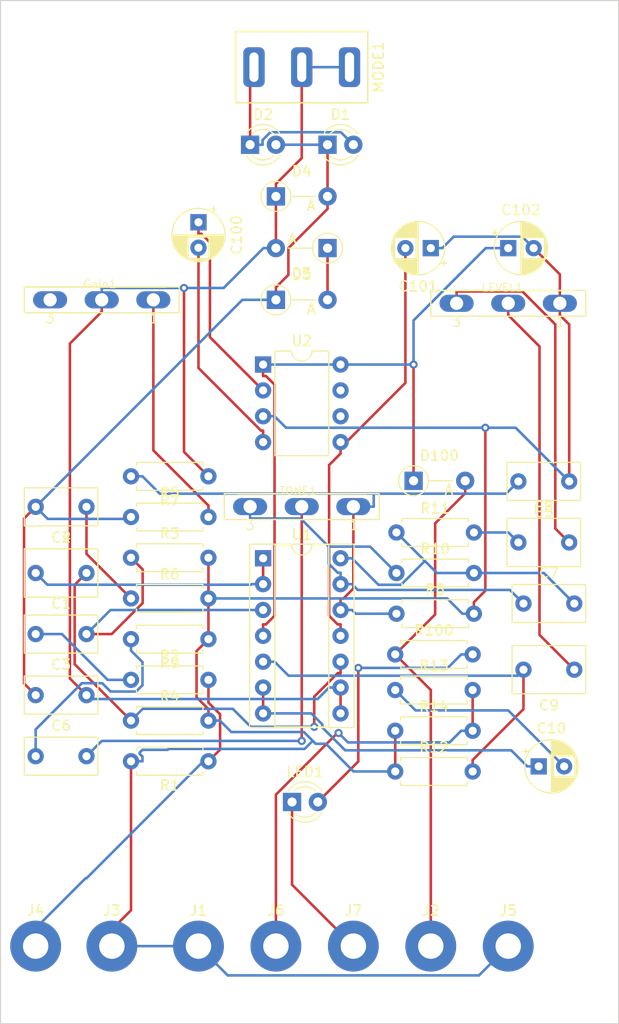
<source format=kicad_pcb>
(kicad_pcb (version 20240108) (generator "pcbnew") (generator_version "8.0")
  (layers (0 "F.Cu" signal) (31 "B.Cu" signal) (34 "B.Paste" user) (35 "F.Paste" user) (36 "B.SilkS" user "B.Silkscreen") (37 "F.SilkS" user "F.Silkscreen") (38 "B.Mask" user) (39 "F.Mask" user) (44 "Edge.Cuts" user))
  (net 0 "")
  (net 1 "Net-(C1-Pad1)")
  (net 2 "Net-(C1-Pad2)")
  (net 3 "Net-(C2-Pad1)")
  (net 4 "Net-(C2-Pad2)")
  (net 5 "Net-(C3-Pad1)")
  (net 6 "Net-(C3-Pad2)")
  (net 7 "Net-(C4-Pad1)")
  (net 8 "GND")
  (net 9 "Net-(C5-Pad2)")
  (net 10 "Net-(C6-Pad1)")
  (net 11 "Net-(C6-Pad2)")
  (net 12 "Net-(C7-Pad1)")
  (net 13 "Net-(C7-Pad2)")
  (net 14 "Net-(C8-Pad1)")
  (net 15 "Net-(C8-Pad2)")
  (net 16 "Net-(C9-Pad1)")
  (net 17 "Net-(C9-Pad2)")
  (net 18 "Net-(C10-Pad1)")
  (net 19 "Net-(C10-Pad2)")
  (net 20 "Net-(C100-Pad1)")
  (net 21 "Net-(C100-Pad2)")
  (net 22 "-9V")
  (net 23 "+9V")
  (net 24 "Net-(D1-Pad2)")
  (net 25 "Net-(D3-Pad1)")
  (net 26 "Net-(D100-Pad2)")
  (net 27 "Net-(Gain1-Pad1)")
  (net 29 "Net-(J4-Pad1)")
  (net 30 "Net-(J6-Pad1)")
  (net 31 "Net-(J7-Pad1)")
  (net 32 "Net-(LED1-Pad2)")
  (footprint "Resistor_THT:R_Axial_DIN0207_L6.3mm_D2.5mm_P7.62mm_Horizontal" (layer "F.Cu") (at 242.88 112)
    (property "Reference" "R13" (at 3.81 -2.37 0) (layer "F.SilkS"))
    (property "Value" "100R")
    (pad "1" thru_hole circle (at 0 0) (size 1.6 1.6) (drill 0.8) (layers "*.Cu" "*.Mask") (net 19 "Net-(C10-Pad2)"))
    (pad "2" thru_hole oval (at 7.62 0) (size 1.6 1.6) (drill 0.8) (layers "*.Cu" "*.Mask") (net 30 "Net-(J6-Pad1)"))
  )
  (footprint "MountingHole:MountingHole_2.5mm_Pad_TopBottom" (layer "F.Cu") (at 215 137.16)
    (property "Reference" "J3" (at 0 -3.5 0) (layer "F.SilkS"))
    (property "Value" "IN GND")
    (pad "1" thru_hole circle (at 0 0) (size 2.9 2.9) (drill 2.5) (layers "*.Cu" "*.Mask") (net 8 "GND"))
    (pad "1" connect circle (at 0 0) (size 5 5) (layers "F.Cu" "F.Mask") (net 8 "GND"))
    (pad "1" connect circle (at 0 0) (size 5 5) (layers "B.Cu" "B.Mask") (net 8 "GND"))
  )
  (footprint "Capacitor_THT:C_Rect_L7.0mm_W4.5mm_P5.00mm" (layer "F.Cu") (at 207.5 100.5)
    (property "Reference" "C2" (at 2.5 -3.5 0) (layer "F.SilkS"))
    (property "Value" "1u")
    (pad "1" thru_hole circle (at 0 0) (size 1.6 1.6) (drill 0.8) (layers "*.Cu" "*.Mask") (net 3 "Net-(C2-Pad1)"))
    (pad "2" thru_hole circle (at 5 0) (size 1.6 1.6) (drill 0.8) (layers "*.Cu" "*.Mask") (net 4 "Net-(C2-Pad2)"))
  )
  (footprint "LED_THT:LED_D3.0mm" (layer "F.Cu") (at 232.725 123)
    (property "Reference" "LED1" (at 1.27 -2.96 0) (layer "F.SilkS"))
    (property "Value" "3mm")
    (pad "1" thru_hole rect (at 0 0) (size 1.8 1.8) (drill 0.9) (layers "*.Cu" "*.Mask") (net 31 "Net-(J7-Pad1)"))
    (pad "2" thru_hole circle (at 2.54 0) (size 1.8 1.8) (drill 0.9) (layers "*.Cu" "*.Mask") (net 32 "Net-(LED1-Pad2)"))
  )
  (footprint "Griffin_Effects Library:16MM-PCB-MOUNT" (layer "F.Cu") (at 254 74)
    (property "Reference" "LEVEL1" (at 1.5 -2 180) (layer "F.SilkS") (effects (font (size 0.77216 0.77216) (thickness 0.092659)) (justify right top)))
    (property "Value" "B100K")
    (fp_text user "3" (at -4.553 1.254 0) (layer "F.SilkS") (effects (font (size 0.9652 0.9652) (thickness 0.12192)) (justify right top)))
    (fp_text user "1" (at 5.661 1.254 0) (layer "F.SilkS") (effects (font (size 0.9652 0.9652) (thickness 0.12192)) (justify right top)))
    (pad "1" thru_hole oval (at 5.08 0 180) (size 3.3528 1.6764) (drill 1.3) (layers "*.Cu" "*.Mask") (net 8 "GND"))
    (pad "2" thru_hole oval (at 0 0 180) (size 3.3528 1.6764) (drill 1.3) (layers "*.Cu" "*.Mask") (net 16 "Net-(C9-Pad1)"))
    (pad "3" thru_hole oval (at -5.08 0 180) (size 3.3528 1.6764) (drill 1.3) (layers "*.Cu" "*.Mask") (net 15 "Net-(C8-Pad2)"))
  )
  (footprint "Griffin_Effects Library:16MM-PCB-MOUNT" (layer "F.Cu") (at 214 73.66)
    (property "Reference" "Gain1" (at 1.5 -2 180) (layer "F.SilkS") (effects (font (size 0.77216 0.77216) (thickness 0.092659)) (justify right top)))
    (property "Value" "B1M")
    (fp_text user "3" (at -4.553 1.254 0) (layer "F.SilkS") (effects (font (size 0.9652 0.9652) (thickness 0.12192)) (justify right top)))
    (fp_text user "1" (at 5.661 1.254 0) (layer "F.SilkS") (effects (font (size 0.9652 0.9652) (thickness 0.12192)) (justify right top)))
    (pad "1" thru_hole oval (at 5.08 0 180) (size 3.3528 1.6764) (drill 1.3) (layers "*.Cu" "*.Mask") (net 27 "Net-(Gain1-Pad1)"))
    (pad "2" thru_hole oval (at 0 0 180) (size 3.3528 1.6764) (drill 1.3) (layers "*.Cu" "*.Mask") (net 6 "Net-(C3-Pad2)"))
    (pad "3" thru_hole oval (at -5.08 0 180) (size 3.3528 1.6764) (drill 1.3) (layers "*.Cu" "*.Mask"))
  )
  (footprint "Capacitor_THT:CP_Radial_D5.0mm_P2.50mm" (layer "F.Cu") (at 246.38 68.58 180)
    (property "Reference" "C101" (at 1.25 -3.75 0) (layer "F.SilkS"))
    (property "Value" "100u")
    (pad "1" thru_hole rect (at 0 0 180) (size 1.6 1.6) (drill 0.8) (layers "*.Cu" "*.Mask") (net 8 "GND"))
    (pad "2" thru_hole circle (at 2.5 0 180) (size 1.6 1.6) (drill 0.8) (layers "*.Cu" "*.Mask") (net 22 "-9V"))
  )
  (footprint "Package_DIP:DIP-8_W7.62mm" (layer "F.Cu") (at 229.88 80.02)
    (property "Reference" "U2" (at 3.81 -2.33 0) (layer "F.SilkS"))
    (property "Value" "LTC1044")
    (pad "1" thru_hole rect (at 0 0) (size 1.6 1.6) (drill 0.8) (layers "*.Cu" "*.Mask") (net 23 "+9V"))
    (pad "2" thru_hole oval (at 0 2.54) (size 1.6 1.6) (drill 0.8) (layers "*.Cu" "*.Mask") (net 20 "Net-(C100-Pad1)"))
    (pad "3" thru_hole oval (at 0 5.08) (size 1.6 1.6) (drill 0.8) (layers "*.Cu" "*.Mask") (net 8 "GND"))
    (pad "4" thru_hole oval (at 0 7.62) (size 1.6 1.6) (drill 0.8) (layers "*.Cu" "*.Mask") (net 21 "Net-(C100-Pad2)"))
    (pad "5" thru_hole oval (at 7.62 7.62) (size 1.6 1.6) (drill 0.8) (layers "*.Cu" "*.Mask") (net 22 "-9V"))
    (pad "6" thru_hole oval (at 7.62 5.08) (size 1.6 1.6) (drill 0.8) (layers "*.Cu" "*.Mask"))
    (pad "7" thru_hole oval (at 7.62 2.54) (size 1.6 1.6) (drill 0.8) (layers "*.Cu" "*.Mask"))
    (pad "8" thru_hole oval (at 7.62 0) (size 1.6 1.6) (drill 0.8) (layers "*.Cu" "*.Mask") (net 23 "+9V"))
  )
  (footprint "Capacitor_THT:C_Rect_L7.0mm_W3.5mm_P5.00mm" (layer "F.Cu") (at 255.5 103.5)
    (property "Reference" "C7" (at 2.5 -3 0) (layer "F.SilkS"))
    (property "Value" "56p")
    (pad "1" thru_hole circle (at 0 0) (size 1.6 1.6) (drill 0.8) (layers "*.Cu" "*.Mask") (net 12 "Net-(C7-Pad1)"))
    (pad "2" thru_hole circle (at 5 0) (size 1.6 1.6) (drill 0.8) (layers "*.Cu" "*.Mask") (net 13 "Net-(C7-Pad2)"))
  )
  (footprint "Capacitor_THT:CP_Radial_D5.0mm_P2.50mm" (layer "F.Cu") (at 254 68.58)
    (property "Reference" "C102" (at 1.25 -3.75 0) (layer "F.SilkS"))
    (property "Value" "100u")
    (pad "1" thru_hole rect (at 0 0) (size 1.6 1.6) (drill 0.8) (layers "*.Cu" "*.Mask") (net 23 "+9V"))
    (pad "2" thru_hole circle (at 2.5 0) (size 1.6 1.6) (drill 0.8) (layers "*.Cu" "*.Mask") (net 8 "GND"))
  )
  (footprint "Capacitor_THT:C_Rect_L7.0mm_W4.5mm_P5.00mm" (layer "F.Cu") (at 255 97.5)
    (property "Reference" "C8" (at 2.5 -3.5 0) (layer "F.SilkS"))
    (property "Value" "1u")
    (pad "1" thru_hole circle (at 0 0) (size 1.6 1.6) (drill 0.8) (layers "*.Cu" "*.Mask") (net 14 "Net-(C8-Pad1)"))
    (pad "2" thru_hole circle (at 5 0) (size 1.6 1.6) (drill 0.8) (layers "*.Cu" "*.Mask") (net 15 "Net-(C8-Pad2)"))
  )
  (footprint "Diode_THT:D_A-405_P5.08mm_Vertical_AnodeUp" (layer "F.Cu") (at 231.14 63.5)
    (property "Reference" "D4" (at 2.54 -2.47 0) (layer "F.SilkS"))
    (property "Value" "1n4148")
    (fp_text user "A" (at 3.48 0.9 0) (layer "F.SilkS"))
    (pad "1" thru_hole rect (at 0 0) (size 1.8 1.8) (drill 0.9) (layers "*.Cu" "*.Mask") (net 6 "Net-(C3-Pad2)"))
    (pad "2" thru_hole oval (at 5.08 0) (size 1.8 1.8) (drill 0.9) (layers "*.Cu" "*.Mask") (net 5 "Net-(C3-Pad1)"))
  )
  (footprint "Resistor_THT:R_Axial_DIN0207_L6.3mm_D2.5mm_P7.62mm_Horizontal" (layer "F.Cu") (at 216.88 103)
    (property "Reference" "R6" (at 3.81 -2.37 0) (layer "F.SilkS"))
    (property "Value" "4k7")
    (pad "1" thru_hole circle (at 0 0) (size 1.6 1.6) (drill 0.8) (layers "*.Cu" "*.Mask") (net 7 "Net-(C4-Pad1)"))
    (pad "2" thru_hole oval (at 7.62 0) (size 1.6 1.6) (drill 0.8) (layers "*.Cu" "*.Mask") (net 8 "GND"))
  )
  (footprint "Capacitor_THT:C_Rect_L7.0mm_W3.5mm_P5.00mm" (layer "F.Cu") (at 212.5 94 180)
    (property "Reference" "C4" (at 2.5 -3 0) (layer "F.SilkS"))
    (property "Value" "100n")
    (pad "1" thru_hole circle (at 0 0 180) (size 1.6 1.6) (drill 0.8) (layers "*.Cu" "*.Mask") (net 7 "Net-(C4-Pad1)"))
    (pad "2" thru_hole circle (at 5 0 180) (size 1.6 1.6) (drill 0.8) (layers "*.Cu" "*.Mask") (net 5 "Net-(C3-Pad1)"))
  )
  (footprint "Capacitor_THT:CP_Radial_D5.0mm_P2.50mm" (layer "F.Cu") (at 223.52 66.04 -90)
    (property "Reference" "C100" (at 1.25 -3.75 90) (layer "F.SilkS"))
    (property "Value" "10u")
    (pad "1" thru_hole rect (at 0 0 270) (size 1.6 1.6) (drill 0.8) (layers "*.Cu" "*.Mask") (net 20 "Net-(C100-Pad1)"))
    (pad "2" thru_hole circle (at 2.5 0 270) (size 1.6 1.6) (drill 0.8) (layers "*.Cu" "*.Mask") (net 21 "Net-(C100-Pad2)"))
  )
  (footprint "Resistor_THT:R_Axial_DIN0207_L6.3mm_D2.5mm_P7.62mm_Horizontal" (layer "F.Cu") (at 224.5 91 180)
    (property "Reference" "R7" (at 3.81 -2.37 0) (layer "F.SilkS"))
    (property "Value" "1K")
    (pad "1" thru_hole circle (at 0 0 180) (size 1.6 1.6) (drill 0.8) (layers "*.Cu" "*.Mask") (net 6 "Net-(C3-Pad2)"))
    (pad "2" thru_hole oval (at 7.62 0 180) (size 1.6 1.6) (drill 0.8) (layers "*.Cu" "*.Mask") (net 9 "Net-(C5-Pad2)"))
  )
  (footprint "Capacitor_THT:C_Rect_L7.0mm_W3.5mm_P5.00mm" (layer "F.Cu") (at 207.5 106.5)
    (property "Reference" "C1" (at 2.5 -3 0) (layer "F.SilkS"))
    (property "Value" "33n")
    (pad "1" thru_hole circle (at 0 0) (size 1.6 1.6) (drill 0.8) (layers "*.Cu" "*.Mask") (net 1 "Net-(C1-Pad1)"))
    (pad "2" thru_hole circle (at 5 0) (size 1.6 1.6) (drill 0.8) (layers "*.Cu" "*.Mask") (net 2 "Net-(C1-Pad2)"))
  )
  (footprint "Resistor_THT:R_Axial_DIN0207_L6.3mm_D2.5mm_P7.62mm_Horizontal" (layer "F.Cu") (at 216.88 111)
    (property "Reference" "R2" (at 3.81 -2.37 0) (layer "F.SilkS"))
    (property "Value" "1K")
    (pad "1" thru_hole circle (at 0 0) (size 1.6 1.6) (drill 0.8) (layers "*.Cu" "*.Mask") (net 1 "Net-(C1-Pad1)"))
    (pad "2" thru_hole oval (at 7.62 0) (size 1.6 1.6) (drill 0.8) (layers "*.Cu" "*.Mask") (net 29 "Net-(J4-Pad1)"))
  )
  (footprint "Resistor_THT:R_Axial_DIN0207_L6.3mm_D2.5mm_P7.62mm_Horizontal" (layer "F.Cu") (at 224.5 119 180)
    (property "Reference" "R1" (at 3.81 -2.37 0) (layer "F.SilkS"))
    (property "Value" "1M")
    (pad "1" thru_hole circle (at 0 0 180) (size 1.6 1.6) (drill 0.8) (layers "*.Cu" "*.Mask") (net 29 "Net-(J4-Pad1)"))
    (pad "2" thru_hole oval (at 7.62 0 180) (size 1.6 1.6) (drill 0.8) (layers "*.Cu" "*.Mask") (net 8 "GND"))
  )
  (footprint "MountingHole:MountingHole_2.5mm_Pad_TopBottom" (layer "F.Cu") (at 207.5 137.16)
    (property "Reference" "J4" (at 0 -3.5 0) (layer "F.SilkS"))
    (property "Value" "IN")
    (pad "1" thru_hole circle (at 0 0) (size 2.9 2.9) (drill 2.5) (layers "*.Cu" "*.Mask") (net 29 "Net-(J4-Pad1)"))
    (pad "1" connect circle (at 0 0) (size 5 5) (layers "F.Cu" "F.Mask") (net 29 "Net-(J4-Pad1)"))
    (pad "1" connect circle (at 0 0) (size 5 5) (layers "B.Cu" "B.Mask") (net 29 "Net-(J4-Pad1)"))
  )
  (footprint "Griffin_Effects Library:SPDT-Square" (layer "F.Cu") (at 233.68 50.8 -90)
    (property "Reference" "MODE1" (at 0 -7.5438 90) (layer "F.SilkS"))
    (property "Value" "ON/OFF/ON")
    (pad "1" thru_hole roundrect (at 0 4.7 270) (size 3.9 2.1) (drill oval 2.9 0.9) (layers "*.Cu" "*.Mask") (net 24 "Net-(D1-Pad2)"))
    (pad "2" thru_hole roundrect (at 0 0 270) (size 3.9 2.1) (drill oval 2.9 0.9) (layers "*.Cu" "*.Mask") (net 6 "Net-(C3-Pad2)"))
    (pad "3" thru_hole roundrect (at 0 -4.7 270) (size 3.9 2.1) (drill oval 2.9 0.9) (layers "*.Cu" "*.Mask") (net 6 "Net-(C3-Pad2)"))
  )
  (footprint "Resistor_THT:R_Axial_DIN0207_L6.3mm_D2.5mm_P7.62mm_Horizontal" (layer "F.Cu") (at 243 100.5)
    (property "Reference" "R10" (at 3.81 -2.37 0) (layer "F.SilkS"))
    (property "Value" "1k")
    (pad "1" thru_hole circle (at 0 0) (size 1.6 1.6) (drill 0.8) (layers "*.Cu" "*.Mask") (net 12 "Net-(C7-Pad1)"))
    (pad "2" thru_hole oval (at 7.62 0) (size 1.6 1.6) (drill 0.8) (layers "*.Cu" "*.Mask") (net 13 "Net-(C7-Pad2)"))
  )
  (footprint "Diode_THT:D_A-405_P5.08mm_Vertical_AnodeUp" (layer "F.Cu") (at 236.22 68.58 180)
    (property "Reference" "D3" (at 2.54 -2.47 0) (layer "F.SilkS"))
    (property "Value" "1n4148")
    (fp_text user "A" (at 3.48 0.9 0) (layer "F.SilkS"))
    (pad "1" thru_hole rect (at 0 0 180) (size 1.8 1.8) (drill 0.9) (layers "*.Cu" "*.Mask") (net 25 "Net-(D3-Pad1)"))
    (pad "2" thru_hole oval (at 5.08 0 180) (size 1.8 1.8) (drill 0.9) (layers "*.Cu" "*.Mask") (net 6 "Net-(C3-Pad2)"))
  )
  (footprint "Resistor_THT:R_Axial_DIN0207_L6.3mm_D2.5mm_P7.62mm_Horizontal" (layer "F.Cu") (at 242.88 108.5)
    (property "Reference" "R100" (at 3.81 -2.37 0) (layer "F.SilkS"))
    (property "Value" "4k7")
    (pad "1" thru_hole circle (at 0 0) (size 1.6 1.6) (drill 0.8) (layers "*.Cu" "*.Mask") (net 26 "Net-(D100-Pad2)"))
    (pad "2" thru_hole oval (at 7.62 0) (size 1.6 1.6) (drill 0.8) (layers "*.Cu" "*.Mask") (net 32 "Net-(LED1-Pad2)"))
  )
  (footprint "Diode_THT:D_A-405_P5.08mm_Vertical_AnodeUp" (layer "F.Cu") (at 231.14 73.66)
    (property "Reference" "D5" (at 2.54 -2.47 0) (layer "F.SilkS"))
    (property "Value" "1n4148")
    (fp_text user "A" (at 3.48 0.9 0) (layer "F.SilkS"))
    (pad "1" thru_hole rect (at 0 0) (size 1.8 1.8) (drill 0.9) (layers "*.Cu" "*.Mask") (net 5 "Net-(C3-Pad1)"))
    (pad "2" thru_hole oval (at 5.08 0) (size 1.8 1.8) (drill 0.9) (layers "*.Cu" "*.Mask") (net 25 "Net-(D3-Pad1)"))
  )
  (footprint "Capacitor_THT:C_Rect_L7.0mm_W3.5mm_P5.00mm" (layer "F.Cu") (at 207.5 112.5)
    (property "Reference" "C3" (at 2.5 -3 0) (layer "F.SilkS"))
    (property "Value" "56p")
    (pad "1" thru_hole circle (at 0 0) (size 1.6 1.6) (drill 0.8) (layers "*.Cu" "*.Mask") (net 5 "Net-(C3-Pad1)"))
    (pad "2" thru_hole circle (at 5 0) (size 1.6 1.6) (drill 0.8) (layers "*.Cu" "*.Mask") (net 6 "Net-(C3-Pad2)"))
  )
  (footprint "Diode_THT:D_A-405_P5.08mm_Vertical_AnodeUp" (layer "F.Cu") (at 244.685 91.44)
    (property "Reference" "D100" (at 2.54 -2.47 0) (layer "F.SilkS"))
    (property "Value" "1n5817")
    (fp_text user "A" (at 3.48 0.9 0) (layer "F.SilkS"))
    (pad "1" thru_hole rect (at 0 0) (size 1.8 1.8) (drill 0.9) (layers "*.Cu" "*.Mask") (net 23 "+9V"))
    (pad "2" thru_hole oval (at 5.08 0) (size 1.8 1.8) (drill 0.9) (layers "*.Cu" "*.Mask") (net 26 "Net-(D100-Pad2)"))
  )
  (footprint "Capacitor_THT:C_Rect_L7.0mm_W3.5mm_P5.00mm" (layer "F.Cu") (at 207.5 118.5)
    (property "Reference" "C6" (at 2.5 -3 0) (layer "F.SilkS"))
    (property "Value" "470n")
    (pad "1" thru_hole circle (at 0 0) (size 1.6 1.6) (drill 0.8) (layers "*.Cu" "*.Mask") (net 10 "Net-(C6-Pad1)"))
    (pad "2" thru_hole circle (at 5 0) (size 1.6 1.6) (drill 0.8) (layers "*.Cu" "*.Mask") (net 11 "Net-(C6-Pad2)"))
  )
  (footprint "Resistor_THT:R_Axial_DIN0207_L6.3mm_D2.5mm_P7.62mm_Horizontal" (layer "F.Cu") (at 224.5 107 180)
    (property "Reference" "R9" (at 3.81 -2.37 0) (layer "F.SilkS"))
    (property "Value" "330R")
    (pad "1" thru_hole circle (at 0 0 180) (size 1.6 1.6) (drill 0.8) (layers "*.Cu" "*.Mask") (net 8 "GND"))
    (pad "2" thru_hole oval (at 7.62 0 180) (size 1.6 1.6) (drill 0.8) (layers "*.Cu" "*.Mask") (net 10 "Net-(C6-Pad1)"))
  )
  (footprint "Resistor_THT:R_Axial_DIN0207_L6.3mm_D2.5mm_P7.62mm_Horizontal" (layer "F.Cu") (at 216.88 115)
    (property "Reference" "R4" (at 3.81 -2.37 0) (layer "F.SilkS"))
    (property "Value" "10M")
    (pad "1" thru_hole circle (at 0 0) (size 1.6 1.6) (drill 0.8) (layers "*.Cu" "*.Mask") (net 4 "Net-(C2-Pad2)"))
    (pad "2" thru_hole oval (at 7.62 0) (size 1.6 1.6) (drill 0.8) (layers "*.Cu" "*.Mask") (net 8 "GND"))
  )
  (footprint "MountingHole:MountingHole_2.5mm_Pad_TopBottom" (layer "F.Cu") (at 238.76 137.16)
    (property "Reference" "J7" (at 0 -3.5 0) (layer "F.SilkS"))
    (property "Value" "SW")
    (pad "1" thru_hole circle (at 0 0) (size 2.9 2.9) (drill 2.5) (layers "*.Cu" "*.Mask") (net 31 "Net-(J7-Pad1)"))
    (pad "1" connect circle (at 0 0) (size 5 5) (layers "F.Cu" "F.Mask") (net 31 "Net-(J7-Pad1)"))
    (pad "1" connect circle (at 0 0) (size 5 5) (layers "B.Cu" "B.Mask") (net 31 "Net-(J7-Pad1)"))
  )
  (footprint "Resistor_THT:R_Axial_DIN0207_L6.3mm_D2.5mm_P7.62mm_Horizontal" (layer "F.Cu") (at 216.88 95)
    (property "Reference" "R5" (at 3.81 -2.37 0) (layer "F.SilkS"))
    (property "Value" "47k")
    (pad "1" thru_hole circle (at 0 0) (size 1.6 1.6) (drill 0.8) (layers "*.Cu" "*.Mask") (net 5 "Net-(C3-Pad1)"))
    (pad "2" thru_hole oval (at 7.62 0) (size 1.6 1.6) (drill 0.8) (layers "*.Cu" "*.Mask") (net 27 "Net-(Gain1-Pad1)"))
  )
  (footprint "MountingHole:MountingHole_2.5mm_Pad_TopBottom" (layer "F.Cu") (at 223.52 137.16)
    (property "Reference" "J1" (at 0 -3.5 0) (layer "F.SilkS"))
    (property "Value" "PS Ground")
    (pad "1" thru_hole circle (at 0 0) (size 2.9 2.9) (drill 2.5) (layers "*.Cu" "*.Mask") (net 8 "GND"))
    (pad "1" connect circle (at 0 0) (size 5 5) (layers "F.Cu" "F.Mask") (net 8 "GND"))
    (pad "1" connect circle (at 0 0) (size 5 5) (layers "B.Cu" "B.Mask") (net 8 "GND"))
  )
  (footprint "Package_DIP:DIP-14_W7.62mm_Socket" (layer "F.Cu") (at 229.88 99.055)
    (property "Reference" "U1" (at 3.81 -2.33 0) (layer "F.SilkS"))
    (property "Value" "TL074")
    (pad "1" thru_hole rect (at 0 0) (size 1.6 1.6) (drill 0.8) (layers "*.Cu" "*.Mask") (net 3 "Net-(C2-Pad1)"))
    (pad "2" thru_hole oval (at 0 2.54) (size 1.6 1.6) (drill 0.8) (layers "*.Cu" "*.Mask") (net 3 "Net-(C2-Pad1)"))
    (pad "3" thru_hole oval (at 0 5.08) (size 1.6 1.6) (drill 0.8) (layers "*.Cu" "*.Mask") (net 2 "Net-(C1-Pad2)"))
    (pad "4" thru_hole oval (at 0 7.62) (size 1.6 1.6) (drill 0.8) (layers "*.Cu" "*.Mask") (net 23 "+9V"))
    (pad "5" thru_hole oval (at 0 10.16) (size 1.6 1.6) (drill 0.8) (layers "*.Cu" "*.Mask") (net 17 "Net-(C9-Pad2)"))
    (pad "6" thru_hole oval (at 0 12.7) (size 1.6 1.6) (drill 0.8) (layers "*.Cu" "*.Mask") (net 18 "Net-(C10-Pad1)"))
    (pad "7" thru_hole oval (at 0 15.24) (size 1.6 1.6) (drill 0.8) (layers "*.Cu" "*.Mask") (net 18 "Net-(C10-Pad1)"))
    (pad "8" thru_hole oval (at 7.62 15.24) (size 1.6 1.6) (drill 0.8) (layers "*.Cu" "*.Mask") (net 6 "Net-(C3-Pad2)"))
    (pad "9" thru_hole oval (at 7.62 12.7) (size 1.6 1.6) (drill 0.8) (layers "*.Cu" "*.Mask") (net 6 "Net-(C3-Pad2)"))
    (pad "10" thru_hole oval (at 7.62 10.16) (size 1.6 1.6) (drill 0.8) (layers "*.Cu" "*.Mask") (net 4 "Net-(C2-Pad2)"))
    (pad "11" thru_hole oval (at 7.62 7.62) (size 1.6 1.6) (drill 0.8) (layers "*.Cu" "*.Mask") (net 22 "-9V"))
    (pad "12" thru_hole oval (at 7.62 5.08) (size 1.6 1.6) (drill 0.8) (layers "*.Cu" "*.Mask") (net 9 "Net-(C5-Pad2)"))
    (pad "13" thru_hole oval (at 7.62 2.54) (size 1.6 1.6) (drill 0.8) (layers "*.Cu" "*.Mask") (net 12 "Net-(C7-Pad1)"))
    (pad "14" thru_hole oval (at 7.62 0) (size 1.6 1.6) (drill 0.8) (layers "*.Cu" "*.Mask") (net 13 "Net-(C7-Pad2)"))
  )
  (footprint "LED_THT:LED_D3.0mm" (layer "F.Cu") (at 228.6 58.42)
    (property "Reference" "D2" (at 1.27 -2.96 0) (layer "F.SilkS"))
    (property "Value" "3mm red led")
    (pad "1" thru_hole rect (at 0 0) (size 1.8 1.8) (drill 0.9) (layers "*.Cu" "*.Mask") (net 24 "Net-(D1-Pad2)"))
    (pad "2" thru_hole circle (at 2.54 0) (size 1.8 1.8) (drill 0.9) (layers "*.Cu" "*.Mask") (net 5 "Net-(C3-Pad1)"))
  )
  (footprint "Resistor_THT:R_Axial_DIN0207_L6.3mm_D2.5mm_P7.62mm_Horizontal" (layer "F.Cu") (at 242.88 116)
    (property "Reference" "R14" (at 3.81 -2.37 0) (layer "F.SilkS"))
    (property "Value" "100K")
    (pad "1" thru_hole circle (at 0 0) (size 1.6 1.6) (drill 0.8) (layers "*.Cu" "*.Mask") (net 8 "GND"))
    (pad "2" thru_hole oval (at 7.62 0) (size 1.6 1.6) (drill 0.8) (layers "*.Cu" "*.Mask") (net 30 "Net-(J6-Pad1)"))
  )
  (footprint "Resistor_THT:R_Axial_DIN0207_L6.3mm_D2.5mm_P7.62mm_Horizontal" (layer "F.Cu") (at 243 96.52)
    (property "Reference" "R11" (at 3.81 -2.37 0) (layer "F.SilkS"))
    (property "Value" "1k")
    (pad "1" thru_hole circle (at 0 0) (size 1.6 1.6) (drill 0.8) (layers "*.Cu" "*.Mask") (net 13 "Net-(C7-Pad2)"))
    (pad "2" thru_hole oval (at 7.62 0) (size 1.6 1.6) (drill 0.8) (layers "*.Cu" "*.Mask") (net 14 "Net-(C8-Pad1)"))
  )
  (footprint "MountingHole:MountingHole_2.5mm_Pad_TopBottom" (layer "F.Cu") (at 231.14 137.16)
    (property "Reference" "J6" (at 0 -3.5 0) (layer "F.SilkS"))
    (property "Value" "OUT")
    (pad "1" thru_hole circle (at 0 0) (size 2.9 2.9) (drill 2.5) (layers "*.Cu" "*.Mask") (net 30 "Net-(J6-Pad1)"))
    (pad "1" connect circle (at 0 0) (size 5 5) (layers "F.Cu" "F.Mask") (net 30 "Net-(J6-Pad1)"))
    (pad "1" connect circle (at 0 0) (size 5 5) (layers "B.Cu" "B.Mask") (net 30 "Net-(J6-Pad1)"))
  )
  (footprint "Resistor_THT:R_Axial_DIN0207_L6.3mm_D2.5mm_P7.62mm_Horizontal" (layer "F.Cu") (at 216.88 99)
    (property "Reference" "R3" (at 3.81 -2.37 0) (layer "F.SilkS"))
    (property "Value" "1M")
    (pad "1" thru_hole circle (at 0 0) (size 1.6 1.6) (drill 0.8) (layers "*.Cu" "*.Mask") (net 2 "Net-(C1-Pad2)"))
    (pad "2" thru_hole oval (at 7.62 0) (size 1.6 1.6) (drill 0.8) (layers "*.Cu" "*.Mask") (net 8 "GND"))
  )
  (footprint "Resistor_THT:R_Axial_DIN0207_L6.3mm_D2.5mm_P7.62mm_Horizontal" (layer "F.Cu") (at 243 104.5)
    (property "Reference" "R8" (at 3.81 -2.37 0) (layer "F.SilkS"))
    (property "Value" "10k")
    (pad "1" thru_hole circle (at 0 0) (size 1.6 1.6) (drill 0.8) (layers "*.Cu" "*.Mask") (net 9 "Net-(C5-Pad2)"))
    (pad "2" thru_hole oval (at 7.62 0) (size 1.6 1.6) (drill 0.8) (layers "*.Cu" "*.Mask") (net 8 "GND"))
  )
  (footprint "Resistor_THT:R_Axial_DIN0207_L6.3mm_D2.5mm_P7.62mm_Horizontal" (layer "F.Cu") (at 242.88 120)
    (property "Reference" "R12" (at 3.81 -2.37 0) (layer "F.SilkS"))
    (property "Value" "1M")
    (pad "1" thru_hole circle (at 0 0) (size 1.6 1.6) (drill 0.8) (layers "*.Cu" "*.Mask") (net 8 "GND"))
    (pad "2" thru_hole oval (at 7.62 0) (size 1.6 1.6) (drill 0.8) (layers "*.Cu" "*.Mask") (net 17 "Net-(C9-Pad2)"))
  )
  (footprint "MountingHole:MountingHole_2.5mm_Pad_TopBottom" (layer "F.Cu") (at 254 137.16)
    (property "Reference" "J5" (at 0 -3.5 0) (layer "F.SilkS"))
    (property "Value" "OUT GND")
    (pad "1" thru_hole circle (at 0 0) (size 2.9 2.9) (drill 2.5) (layers "*.Cu" "*.Mask") (net 8 "GND"))
    (pad "1" connect circle (at 0 0) (size 5 5) (layers "F.Cu" "F.Mask") (net 8 "GND"))
    (pad "1" connect circle (at 0 0) (size 5 5) (layers "B.Cu" "B.Mask") (net 8 "GND"))
  )
  (footprint "LED_THT:LED_D3.0mm" (layer "F.Cu") (at 236.22 58.42)
    (property "Reference" "D1" (at 1.27 -2.96 0) (layer "F.SilkS"))
    (property "Value" "LED red 3mm")
    (pad "1" thru_hole rect (at 0 0) (size 1.8 1.8) (drill 0.9) (layers "*.Cu" "*.Mask") (net 5 "Net-(C3-Pad1)"))
    (pad "2" thru_hole circle (at 2.54 0) (size 1.8 1.8) (drill 0.9) (layers "*.Cu" "*.Mask") (net 24 "Net-(D1-Pad2)"))
  )
  (footprint "Capacitor_THT:C_Rect_L7.0mm_W4.5mm_P5.00mm" (layer "F.Cu") (at 260.5 110 180)
    (property "Reference" "C9" (at 2.5 -3.5 0) (layer "F.SilkS"))
    (property "Value" "1u")
    (pad "1" thru_hole circle (at 0 0 180) (size 1.6 1.6) (drill 0.8) (layers "*.Cu" "*.Mask") (net 16 "Net-(C9-Pad1)"))
    (pad "2" thru_hole circle (at 5 0 180) (size 1.6 1.6) (drill 0.8) (layers "*.Cu" "*.Mask") (net 17 "Net-(C9-Pad2)"))
  )
  (footprint "Capacitor_THT:C_Rect_L7.0mm_W3.5mm_P5.00mm" (layer "F.Cu") (at 260 91.5 180)
    (property "Reference" "C5" (at 2.5 -3 0) (layer "F.SilkS"))
    (property "Value" "47n")
    (pad "1" thru_hole circle (at 0 0 180) (size 1.6 1.6) (drill 0.8) (layers "*.Cu" "*.Mask") (net 8 "GND"))
    (pad "2" thru_hole circle (at 5 0 180) (size 1.6 1.6) (drill 0.8) (layers "*.Cu" "*.Mask") (net 9 "Net-(C5-Pad2)"))
  )
  (footprint "MountingHole:MountingHole_2.5mm_Pad_TopBottom" (layer "F.Cu") (at 246.38 137.16)
    (property "Reference" "J2" (at 0 -3.5 0) (layer "F.SilkS"))
    (property "Value" "PS POS")
    (pad "1" thru_hole circle (at 0 0) (size 2.9 2.9) (drill 2.5) (layers "*.Cu" "*.Mask") (net 26 "Net-(D100-Pad2)"))
    (pad "1" connect circle (at 0 0) (size 5 5) (layers "F.Cu" "F.Mask") (net 26 "Net-(D100-Pad2)"))
    (pad "1" connect circle (at 0 0) (size 5 5) (layers "B.Cu" "B.Mask") (net 26 "Net-(D100-Pad2)"))
  )
  (footprint "Capacitor_THT:CP_Radial_D5.0mm_P2.50mm" (layer "F.Cu") (at 257 119.5)
    (property "Reference" "C10" (at 1.25 -3.75 0) (layer "F.SilkS"))
    (property "Value" "10u")
    (pad "1" thru_hole rect (at 0 0) (size 1.6 1.6) (drill 0.8) (layers "*.Cu" "*.Mask") (net 18 "Net-(C10-Pad1)"))
    (pad "2" thru_hole circle (at 2.5 0) (size 1.6 1.6) (drill 0.8) (layers "*.Cu" "*.Mask") (net 19 "Net-(C10-Pad2)"))
  )
  (footprint "Griffin_Effects Library:16MM-PCB-MOUNT" (layer "F.Cu") (at 233.68 93.98)
    (property "Reference" "TONE1" (at 1.5 -2 180) (layer "F.SilkS") (effects (font (size 0.77216 0.77216) (thickness 0.092659)) (justify right top)))
    (property "Value" "W20K")
    (fp_text user "1" (at 5.661 1.254 0) (layer "F.SilkS") (effects (font (size 0.9652 0.9652) (thickness 0.12192)) (justify right top)))
    (fp_text user "3" (at -4.553 1.254 0) (layer "F.SilkS") (effects (font (size 0.9652 0.9652) (thickness 0.12192)) (justify right top)))
    (pad "1" thru_hole oval (at 5.08 0 180) (size 3.3528 1.6764) (drill 1.3) (layers "*.Cu" "*.Mask") (net 9 "Net-(C5-Pad2)"))
    (pad "2" thru_hole oval (at 0 0 180) (size 3.3528 1.6764) (drill 1.3) (layers "*.Cu" "*.Mask") (net 11 "Net-(C6-Pad2)"))
    (pad "3" thru_hole oval (at -5.08 0 180) (size 3.3528 1.6764) (drill 1.3) (layers "*.Cu" "*.Mask") (net 12 "Net-(C7-Pad1)"))
  )
  (gr_rect (start 204.04 44.25) (end 264.86 144.78) (stroke (width 0.1)) (fill none) (layer "Edge.Cuts"))
  (segment (start 214.5822 111) (end 210.0822 106.5) (width 0.25) (layer "B.Cu") (net 1))
  (segment (start 216.88 111) (end 214.5822 111) (width 0.25) (layer "B.Cu") (net 1))
  (segment (start 210.0822 106.5) (end 207.5 106.5) (width 0.25) (layer "B.Cu") (net 1))
  (segment (start 216.88 99) (end 218.029 100.149) (width 0.25) (layer "F.Cu") (net 2))
  (segment (start 218.029 100.149) (end 218.029 103.4519) (width 0.25) (layer "F.Cu") (net 2))
  (segment (start 214.9809 106.5) (end 212.5 106.5) (width 0.25) (layer "F.Cu") (net 2))
  (segment (start 218.029 103.4519) (end 214.9809 106.5) (width 0.25) (layer "F.Cu") (net 2))
  (segment (start 229.88 104.135) (end 214.865 104.135) (width 0.25) (layer "B.Cu") (net 2))
  (segment (start 214.865 104.135) (end 212.5 106.5) (width 0.25) (layer "B.Cu") (net 2))
  (segment (start 229.88 101.595) (end 229.88 99.055) (width 0.25) (layer "F.Cu") (net 3))
  (segment (start 208.6541 101.6541) (end 207.5 100.5) (width 0.25) (layer "B.Cu") (net 3))
  (segment (start 228.6942 101.6541) (end 208.6541 101.6541) (width 0.25) (layer "B.Cu") (net 3))
  (segment (start 229.88 101.595) (end 228.7533 101.595) (width 0.25) (layer "B.Cu") (net 3))
  (segment (start 228.7533 101.595) (end 228.6942 101.6541) (width 0.25) (layer "B.Cu") (net 3))
  (segment (start 237.5 109.215) (end 237.5 110.3417) (width 0.25) (layer "F.Cu") (net 4))
  (segment (start 211.3391 109.4591) (end 211.3391 101.6609) (width 0.25) (layer "F.Cu") (net 4))
  (segment (start 234.9089 115.6124) (end 234.9088 115.6124) (width 0.25) (layer "F.Cu") (net 4))
  (segment (start 237.5 110.3417) (end 237.2183 110.3417) (width 0.25) (layer "F.Cu") (net 4))
  (segment (start 237.2183 110.3417) (end 234.9089 112.6511) (width 0.25) (layer "F.Cu") (net 4))
  (segment (start 234.9089 112.6511) (end 234.9089 115.6124) (width 0.25) (layer "F.Cu") (net 4))
  (segment (start 211.3391 101.6609) (end 212.5 100.5) (width 0.25) (layer "F.Cu") (net 4))
  (segment (start 216.88 115) (end 211.3391 109.4591) (width 0.25) (layer "F.Cu") (net 4))
  (via (at 234.9088 115.6124) (size 0.8) (drill 0.4) (layers "F.Cu" "B.Cu") (net 4))
  (segment (start 218.0337 113.8463) (end 216.88 115) (width 0.25) (layer "B.Cu") (net 4))
  (segment (start 234.9088 115.6124) (end 228.664 115.6124) (width 0.25) (layer "B.Cu") (net 4))
  (segment (start 226.8979 113.8463) (end 218.0337 113.8463) (width 0.25) (layer "B.Cu") (net 4))
  (segment (start 228.664 115.6124) (end 226.8979 113.8463) (width 0.25) (layer "B.Cu") (net 4))
  (segment (start 206.3562 111.3562) (end 206.3562 95.1438) (width 0.25) (layer "F.Cu") (net 5))
  (segment (start 236.22 63.5) (end 236.22 64.7267) (width 0.25) (layer "F.Cu") (net 5))
  (segment (start 207.5 112.5) (end 206.3562 111.3562) (width 0.25) (layer "F.Cu") (net 5))
  (segment (start 236.22 64.7267) (end 232.3667 68.58) (width 0.25) (layer "F.Cu") (net 5))
  (segment (start 236.22 58.42) (end 236.22 63.5) (width 0.25) (layer "F.Cu") (net 5))
  (segment (start 232.3667 71.2066) (end 231.14 72.4333) (width 0.25) (layer "F.Cu") (net 5))
  (segment (start 231.14 73.66) (end 231.14 72.4333) (width 0.25) (layer "F.Cu") (net 5))
  (segment (start 232.3667 68.58) (end 232.3667 71.2066) (width 0.25) (layer "F.Cu") (net 5))
  (segment (start 206.3562 95.1438) (end 207.5 94) (width 0.25) (layer "F.Cu") (net 5))
  (segment (start 216.6939 95.1861) (end 208.6861 95.1861) (width 0.25) (layer "B.Cu") (net 5))
  (segment (start 207.5 94) (end 227.84 73.66) (width 0.25) (layer "B.Cu") (net 5))
  (segment (start 208.6861 95.1861) (end 207.5 94) (width 0.25) (layer "B.Cu") (net 5))
  (segment (start 227.84 73.66) (end 231.14 73.66) (width 0.25) (layer "B.Cu") (net 5))
  (segment (start 216.88 95) (end 216.6939 95.1861) (width 0.25) (layer "B.Cu") (net 5))
  (segment (start 236.22 58.42) (end 231.14 58.42) (width 0.25) (layer "B.Cu") (net 5))
  (segment (start 214 74.8249) (end 210.8675 77.9574) (width 0.25) (layer "F.Cu") (net 6))
  (segment (start 224.5 91) (end 222.097 88.597) (width 0.25) (layer "F.Cu") (net 6))
  (segment (start 233.68 59.7333) (end 231.14 62.2733) (width 0.25) (layer "F.Cu") (net 6))
  (segment (start 231.14 63.5) (end 231.14 62.2733) (width 0.25) (layer "F.Cu") (net 6))
  (segment (start 210.8675 110.8675) (end 212.5 112.5) (width 0.25) (layer "F.Cu") (net 6))
  (segment (start 231.14 68.58) (end 231.14 63.5) (width 0.25) (layer "F.Cu") (net 6))
  (segment (start 233.68 50.8) (end 233.68 59.7333) (width 0.25) (layer "F.Cu") (net 6))
  (segment (start 214 73.66) (end 214 74.8249) (width 0.25) (layer "F.Cu") (net 6))
  (segment (start 237.5 111.755) (end 237.5 114.295) (width 0.25) (layer "F.Cu") (net 6))
  (segment (start 222.097 88.597) (end 222.097 72.4951) (width 0.25) (layer "F.Cu") (net 6))
  (segment (start 210.8675 77.9574) (end 210.8675 110.8675) (width 0.25) (layer "F.Cu") (net 6))
  (via (at 222.097 72.4951) (size 0.8) (drill 0.4) (layers "F.Cu" "B.Cu") (net 6))
  (segment (start 235.2455 112.8828) (end 212.8828 112.8828) (width 0.25) (layer "B.Cu") (net 6))
  (segment (start 238.38 50.8) (end 233.68 50.8) (width 0.25) (layer "B.Cu") (net 6))
  (segment (start 236.3733 111.755) (end 235.2455 112.8828) (width 0.25) (layer "B.Cu") (net 6))
  (segment (start 229.9133 68.58) (end 225.9982 72.4951) (width 0.25) (layer "B.Cu") (net 6))
  (segment (start 225.9982 72.4951) (end 222.097 72.4951) (width 0.25) (layer "B.Cu") (net 6))
  (segment (start 222.097 72.4951) (end 214 72.4951) (width 0.25) (layer "B.Cu") (net 6))
  (segment (start 212.8828 112.8828) (end 212.5 112.5) (width 0.25) (layer "B.Cu") (net 6))
  (segment (start 231.14 68.58) (end 229.9133 68.58) (width 0.25) (layer "B.Cu") (net 6))
  (segment (start 214 73.66) (end 214 72.4951) (width 0.25) (layer "B.Cu") (net 6))
  (segment (start 237.5 111.755) (end 236.3733 111.755) (width 0.25) (layer "B.Cu") (net 6))
  (segment (start 212.5 98.62) (end 216.88 103) (width 0.25) (layer "F.Cu") (net 7))
  (segment (start 212.5 94) (end 212.5 98.62) (width 0.25) (layer "F.Cu") (net 7))
  (segment (start 216.88 133.64) (end 213.36 137.16) (width 0.25) (layer "F.Cu") (net 8))
  (segment (start 224.5 107) (end 224.5 103) (width 0.25) (layer "F.Cu") (net 8))
  (segment (start 256.5 68.58) (end 259.08 71.16) (width 0.25) (layer "F.Cu") (net 8))
  (segment (start 260 76.0849) (end 259.08 75.1649) (width 0.25) (layer "F.Cu") (net 8))
  (segment (start 259.08 71.16) (end 259.08 74) (width 0.25) (layer "F.Cu") (net 8))
  (segment (start 259.08 74) (end 259.08 75.1649) (width 0.25) (layer "F.Cu") (net 8))
  (segment (start 251.7467 102.2466) (end 250.62 103.3733) (width 0.25) (layer "F.Cu") (net 8))
  (segment (start 224.5 107) (end 223.3321 108.1679) (width 0.25) (layer "F.Cu") (net 8))
  (segment (start 260 91.5) (end 260 76.0849) (width 0.25) (layer "F.Cu") (net 8))
  (segment (start 224.5 115) (end 224.5 113.8733) (width 0.25) (layer "F.Cu") (net 8))
  (segment (start 223.3321 108.1679) (end 223.3321 112.7054) (width 0.25) (layer "F.Cu") (net 8))
  (segment (start 224.5 99) (end 224.5 103) (width 0.25) (layer "F.Cu") (net 8))
  (segment (start 242.88 120) (end 242.88 116) (width 0.25) (layer "F.Cu") (net 8))
  (segment (start 223.3321 112.7054) (end 224.5 113.8733) (width 0.25) (layer "F.Cu") (net 8))
  (segment (start 250.62 104.5) (end 250.62 103.3733) (width 0.25) (layer "F.Cu") (net 8))
  (segment (start 216.88 119) (end 216.88 133.64) (width 0.25) (layer "F.Cu") (net 8))
  (segment (start 251.7467 86.2267) (end 251.7467 102.2466) (width 0.25) (layer "F.Cu") (net 8))
  (via (at 251.7467 86.2267) (size 0.8) (drill 0.4) (layers "F.Cu" "B.Cu") (net 8))
  (segment (start 247.9933 103) (end 249.4933 104.5) (width 0.25) (layer "B.Cu") (net 8))
  (segment (start 246.38 68.58) (end 247.5067 68.58) (width 0.25) (layer "B.Cu") (net 8))
  (segment (start 238.776 120) (end 236.0546 117.2786) (width 0.25) (layer "B.Cu") (net 8))
  (segment (start 226.7534 116.1267) (end 233.896 116.1267) (width 0.25) (layer "B.Cu") (net 8))
  (segment (start 251.1206 140.0394) (end 226.3994 140.0394) (width 0.25) (layer "B.Cu") (net 8))
  (segment (start 255.3733 67.4533) (end 256.5 68.58) (width 0.25) (layer "B.Cu") (net 8))
  (segment (start 242.88 120) (end 238.776 120) (width 0.25) (layer "B.Cu") (net 8))
  (segment (start 223.52 137.16) (end 213.36 137.16) (width 0.25) (layer "B.Cu") (net 8))
  (segment (start 218.0067 119) (end 218.0067 118.5333) (width 0.25) (layer "B.Cu") (net 8))
  (segment (start 224.5 103) (end 247.9933 103) (width 0.25) (layer "B.Cu") (net 8))
  (segment (start 247.5067 68.58) (end 248.6334 67.4533) (width 0.25) (layer "B.Cu") (net 8))
  (segment (start 220.584 117.782) (end 233.9686 117.782) (width 0.25) (layer "B.Cu") (net 8))
  (segment (start 254 137.16) (end 251.1206 140.0394) (width 0.25) (layer "B.Cu") (net 8))
  (segment (start 218.0067 118.5333) (end 217.7284 118.255) (width 0.25) (layer "B.Cu") (net 8))
  (segment (start 236.0546 117.2786) (end 235.0479 117.2786) (width 0.25) (layer "B.Cu") (net 8))
  (segment (start 229.88 85.1) (end 231.0067 85.1) (width 0.25) (layer "B.Cu") (net 8))
  (segment (start 251.7467 86.2267) (end 254.7267 86.2267) (width 0.25) (layer "B.Cu") (net 8))
  (segment (start 217.7284 118.255) (end 217.7284 118.1516) (width 0.25) (layer "B.Cu") (net 8))
  (segment (start 250.62 104.5) (end 249.4933 104.5) (width 0.25) (layer "B.Cu") (net 8))
  (segment (start 248.6334 67.4533) (end 255.3733 67.4533) (width 0.25) (layer "B.Cu") (net 8))
  (segment (start 225.6267 115) (end 226.7534 116.1267) (width 0.25) (layer "B.Cu") (net 8))
  (segment (start 220.4912 117.8748) (end 220.584 117.782) (width 0.25) (layer "B.Cu") (net 8))
  (segment (start 231.0067 85.1) (end 232.1334 86.2267) (width 0.25) (layer "B.Cu") (net 8))
  (segment (start 216.88 119) (end 218.0067 119) (width 0.25) (layer "B.Cu") (net 8))
  (segment (start 232.1334 86.2267) (end 251.7467 86.2267) (width 0.25) (layer "B.Cu") (net 8))
  (segment (start 254.7267 86.2267) (end 260 91.5) (width 0.25) (layer "B.Cu") (net 8))
  (segment (start 217.7284 118.1516) (end 218.0052 117.8748) (width 0.25) (layer "B.Cu") (net 8))
  (segment (start 226.3994 140.0394) (end 223.52 137.16) (width 0.25) (layer "B.Cu") (net 8))
  (segment (start 233.896 116.1267) (end 234.76 116.9906) (width 0.25) (layer "B.Cu") (net 8))
  (segment (start 235.0479 117.2786) (end 234.76 116.9906) (width 0.25) (layer "B.Cu") (net 8))
  (segment (start 233.9686 117.782) (end 234.76 116.9906) (width 0.25) (layer "B.Cu") (net 8))
  (segment (start 224.5 115) (end 225.6267 115) (width 0.25) (layer "B.Cu") (net 8))
  (segment (start 218.0052 117.8748) (end 220.4912 117.8748) (width 0.25) (layer "B.Cu") (net 8))
  (segment (start 237.5 104.135) (end 237.5 103.0083) (width 0.25) (layer "F.Cu") (net 9))
  (segment (start 238.76 102.03) (end 237.7817 103.0083) (width 0.25) (layer "F.Cu") (net 9))
  (segment (start 237.7817 103.0083) (end 237.5 103.0083) (width 0.25) (layer "F.Cu") (net 9))
  (segment (start 238.76 93.98) (end 238.76 102.03) (width 0.25) (layer "F.Cu") (net 9))
  (segment (start 240.7631 93.98) (end 240.7631 92.7059) (width 0.25) (layer "B.Cu") (net 9))
  (segment (start 243 104.5) (end 238.9917 104.5) (width 0.25) (layer "B.Cu") (net 9))
  (segment (start 219.7126 92.7059) (end 218.0067 91) (width 0.25) (layer "B.Cu") (net 9))
  (segment (start 238.76 93.98) (end 240.7631 93.98) (width 0.25) (layer "B.Cu") (net 9))
  (segment (start 240.7631 92.7059) (end 219.7126 92.7059) (width 0.25) (layer "B.Cu") (net 9))
  (segment (start 216.88 91) (end 218.0067 91) (width 0.25) (layer "B.Cu") (net 9))
  (segment (start 237.5 104.135) (end 238.6267 104.135) (width 0.25) (layer "B.Cu") (net 9))
  (segment (start 253.7941 92.7059) (end 240.7631 92.7059) (width 0.25) (layer "B.Cu") (net 9))
  (segment (start 238.9917 104.5) (end 238.6267 104.135) (width 0.25) (layer "B.Cu") (net 9))
  (segment (start 255 91.5) (end 253.7941 92.7059) (width 0.25) (layer "B.Cu") (net 9))
  (segment (start 214.8647 112.1462) (end 214.0456 111.3271) (width 0.25) (layer "B.Cu") (net 10))
  (segment (start 218.0119 111.5223) (end 217.388 112.1462) (width 0.25) (layer "B.Cu") (net 10))
  (segment (start 216.88 107) (end 216.88 108.1267) (width 0.25) (layer "B.Cu") (net 10))
  (segment (start 218.0119 109.2586) (end 218.0119 111.5223) (width 0.25) (layer "B.Cu") (net 10))
  (segment (start 217.388 112.1462) (end 214.8647 112.1462) (width 0.25) (layer "B.Cu") (net 10))
  (segment (start 207.5 115.871) (end 207.5 118.5) (width 0.25) (layer "B.Cu") (net 10))
  (segment (start 216.88 108.1267) (end 218.0119 109.2586) (width 0.25) (layer "B.Cu") (net 10))
  (segment (start 212.0439 111.3271) (end 207.5 115.871) (width 0.25) (layer "B.Cu") (net 10))
  (segment (start 214.0456 111.3271) (end 212.0439 111.3271) (width 0.25) (layer "B.Cu") (net 10))
  (segment (start 233.68 93.98) (end 233.68 116.9999) (width 0.25) (layer "F.Cu") (net 11))
  (via (at 233.68 116.9999) (size 0.8) (drill 0.4) (layers "F.Cu" "B.Cu") (net 11))
  (segment (start 212.5 118.5) (end 214.0001 116.9999) (width 0.25) (layer "B.Cu") (net 11))
  (segment (start 214.0001 116.9999) (end 233.68 116.9999) (width 0.25) (layer "B.Cu") (net 11))
  (segment (start 233.572 95.1449) (end 228.6 95.1449) (width 0.25) (layer "B.Cu") (net 12))
  (segment (start 254.1654 102.1654) (end 255.5 103.5) (width 0.25) (layer "B.Cu") (net 12))
  (segment (start 237.5 100.4683) (end 237.2183 100.4683) (width 0.25) (layer "B.Cu") (net 12))
  (segment (start 238.6267 101.595) (end 239.1971 102.1654) (width 0.25) (layer "B.Cu") (net 12))
  (segment (start 236.337 97.9099) (end 240.4099 97.9099) (width 0.25) (layer "B.Cu") (net 12))
  (segment (start 237.2183 100.4683) (end 236.337 99.587) (width 0.25) (layer "B.Cu") (net 12))
  (segment (start 237.5 101.0316) (end 237.5 101.595) (width 0.25) (layer "B.Cu") (net 12))
  (segment (start 228.6 93.98) (end 228.6 95.1449) (width 0.25) (layer "B.Cu") (net 12))
  (segment (start 237.5 101.595) (end 238.6267 101.595) (width 0.25) (layer "B.Cu") (net 12))
  (segment (start 236.337 97.9099) (end 233.572 95.1449) (width 0.25) (layer "B.Cu") (net 12))
  (segment (start 240.4099 97.9099) (end 243 100.5) (width 0.25) (layer "B.Cu") (net 12))
  (segment (start 236.337 99.587) (end 236.337 97.9099) (width 0.25) (layer "B.Cu") (net 12))
  (segment (start 237.5 101.0316) (end 237.5 100.4683) (width 0.25) (layer "B.Cu") (net 12))
  (segment (start 239.1971 102.1654) (end 254.1654 102.1654) (width 0.25) (layer "B.Cu") (net 12))
  (segment (start 243 96.52) (end 245.7956 99.3156) (width 0.25) (layer "B.Cu") (net 13))
  (segment (start 241.2288 101.6571) (end 238.6267 99.055) (width 0.25) (layer "B.Cu") (net 13))
  (segment (start 237.5 99.055) (end 238.6267 99.055) (width 0.25) (layer "B.Cu") (net 13))
  (segment (start 257.5 100.5) (end 260.5 103.5) (width 0.25) (layer "B.Cu") (net 13))
  (segment (start 245.7956 99.3156) (end 246.98 100.5) (width 0.25) (layer "B.Cu") (net 13))
  (segment (start 245.7956 99.3156) (end 243.4541 101.6571) (width 0.25) (layer "B.Cu") (net 13))
  (segment (start 243.4541 101.6571) (end 241.2288 101.6571) (width 0.25) (layer "B.Cu") (net 13))
  (segment (start 250.62 100.5) (end 257.5 100.5) (width 0.25) (layer "B.Cu") (net 13))
  (segment (start 246.98 100.5) (end 250.62 100.5) (width 0.25) (layer "B.Cu") (net 13))
  (segment (start 254.02 96.52) (end 255 97.5) (width 0.25) (layer "B.Cu") (net 14))
  (segment (start 250.62 96.52) (end 254.02 96.52) (width 0.25) (layer "B.Cu") (net 14))
  (segment (start 260 97.5) (end 258.6298 96.1298) (width 0.25) (layer "F.Cu") (net 15))
  (segment (start 258.6298 96.1298) (end 258.6298 76.0726) (width 0.25) (layer "F.Cu") (net 15))
  (segment (start 258.6298 76.0726) (end 255.3923 72.8351) (width 0.25) (layer "F.Cu") (net 15))
  (segment (start 255.3923 72.8351) (end 248.92 72.8351) (width 0.25) (layer "F.Cu") (net 15))
  (segment (start 248.92 74) (end 248.92 72.8351) (width 0.25) (layer "F.Cu") (net 15))
  (segment (start 254 74) (end 254 75.1649) (width 0.25) (layer "F.Cu") (net 16))
  (segment (start 257.0784 106.5784) (end 257.0784 78.2433) (width 0.25) (layer "F.Cu") (net 16))
  (segment (start 260.5 110) (end 257.0784 106.5784) (width 0.25) (layer "F.Cu") (net 16))
  (segment (start 257.0784 78.2433) (end 254 75.1649) (width 0.25) (layer "F.Cu") (net 16))
  (segment (start 255.5 113.8733) (end 250.5 118.8733) (width 0.25) (layer "F.Cu") (net 17))
  (segment (start 250.5 120) (end 250.5 118.8733) (width 0.25) (layer "F.Cu") (net 17))
  (segment (start 255.5 110) (end 255.5 113.8733) (width 0.25) (layer "F.Cu") (net 17))
  (segment (start 232.3829 110.5912) (end 254.9088 110.5912) (width 0.25) (layer "B.Cu") (net 17))
  (segment (start 229.88 109.215) (end 231.0067 109.215) (width 0.25) (layer "B.Cu") (net 17))
  (segment (start 254.9088 110.5912) (end 255.5 110) (width 0.25) (layer "B.Cu") (net 17))
  (segment (start 231.0067 109.215) (end 232.3829 110.5912) (width 0.25) (layer "B.Cu") (net 17))
  (segment (start 229.88 114.295) (end 229.88 111.755) (width 0.25) (layer "F.Cu") (net 18))
  (segment (start 234.6191 114.295) (end 229.88 114.295) (width 0.25) (layer "B.Cu") (net 18))
  (segment (start 237.9542 117.9216) (end 235.7076 115.675) (width 0.25) (layer "B.Cu") (net 18))
  (segment (start 257 119.5) (end 255.8733 119.5) (width 0.25) (layer "B.Cu") (net 18))
  (segment (start 235.7076 115.675) (end 235.7076 115.3835) (width 0.25) (layer "B.Cu") (net 18))
  (segment (start 254.2949 117.9216) (end 237.9542 117.9216) (width 0.25) (layer "B.Cu") (net 18))
  (segment (start 255.8733 119.5) (end 254.2949 117.9216) (width 0.25) (layer "B.Cu") (net 18))
  (segment (start 235.7076 115.3835) (end 234.6191 114.295) (width 0.25) (layer "B.Cu") (net 18))
  (segment (start 244.88 114) (end 242.88 112) (width 0.25) (layer "B.Cu") (net 19))
  (segment (start 254 114) (end 244.88 114) (width 0.25) (layer "B.Cu") (net 19))
  (segment (start 259.5 119.5) (end 254 114) (width 0.25) (layer "B.Cu") (net 19))
  (segment (start 223.52 66.04) (end 223.52 67.1667) (width 0.25) (layer "F.Cu") (net 20))
  (segment (start 223.8018 67.1667) (end 224.6467 68.0116) (width 0.25) (layer "F.Cu") (net 20))
  (segment (start 224.6467 68.0116) (end 224.6467 77.3267) (width 0.25) (layer "F.Cu") (net 20))
  (segment (start 224.6467 77.3267) (end 229.88 82.56) (width 0.25) (layer "F.Cu") (net 20))
  (segment (start 223.52 67.1667) (end 223.8018 67.1667) (width 0.25) (layer "F.Cu") (net 20))
  (segment (start 223.52 80.3572) (end 223.52 68.54) (width 0.25) (layer "F.Cu") (net 21))
  (segment (start 229.88 86.5133) (end 229.6761 86.5133) (width 0.25) (layer "F.Cu") (net 21))
  (segment (start 229.88 87.64) (end 229.88 86.5133) (width 0.25) (layer "F.Cu") (net 21))
  (segment (start 229.6761 86.5133) (end 223.52 80.3572) (width 0.25) (layer "F.Cu") (net 21))
  (segment (start 237.2183 105.5483) (end 236.3733 104.7033) (width 0.25) (layer "F.Cu") (net 22))
  (segment (start 237.5 87.64) (end 237.5 88.2033) (width 0.25) (layer "F.Cu") (net 22))
  (segment (start 236.3733 89.8934) (end 237.5 88.7667) (width 0.25) (layer "F.Cu") (net 22))
  (segment (start 237.5 88.2033) (end 237.5 88.7667) (width 0.25) (layer "F.Cu") (net 22))
  (segment (start 236.3733 104.7033) (end 236.3733 89.8934) (width 0.25) (layer "F.Cu") (net 22))
  (segment (start 243.88 81.8233) (end 237.5 88.2033) (width 0.25) (layer "F.Cu") (net 22))
  (segment (start 237.5 105.5483) (end 237.2183 105.5483) (width 0.25) (layer "F.Cu") (net 22))
  (segment (start 243.88 68.58) (end 243.88 81.8233) (width 0.25) (layer "F.Cu") (net 22))
  (segment (start 237.5 106.675) (end 237.5 105.5483) (width 0.25) (layer "F.Cu") (net 22))
  (segment (start 229.88 105.5483) (end 230.1617 105.5483) (width 0.25) (layer "F.Cu") (net 23))
  (segment (start 231.0067 81.9916) (end 230.1618 81.1467) (width 0.25) (layer "F.Cu") (net 23))
  (segment (start 229.88 106.675) (end 229.88 105.5483) (width 0.25) (layer "F.Cu") (net 23))
  (segment (start 229.88 80.02) (end 229.88 81.1467) (width 0.25) (layer "F.Cu") (net 23))
  (segment (start 231.0067 104.7033) (end 231.0067 81.9916) (width 0.25) (layer "F.Cu") (net 23))
  (segment (start 230.1617 105.5483) (end 231.0067 104.7033) (width 0.25) (layer "F.Cu") (net 23))
  (segment (start 244.685 91.44) (end 244.685 80.02) (width 0.25) (layer "F.Cu") (net 23))
  (segment (start 230.1618 81.1467) (end 229.88 81.1467) (width 0.25) (layer "F.Cu") (net 23))
  (via (at 244.685 80.02) (size 0.8) (drill 0.4) (layers "F.Cu" "B.Cu") (net 23))
  (segment (start 254 68.58) (end 251.7875 68.58) (width 0.25) (layer "B.Cu") (net 23))
  (segment (start 238.5134 80.02) (end 244.685 80.02) (width 0.25) (layer "B.Cu") (net 23))
  (segment (start 238.0634 80.02) (end 238.5134 80.02) (width 0.25) (layer "B.Cu") (net 23))
  (segment (start 251.7875 68.58) (end 244.685 75.6825) (width 0.25) (layer "B.Cu") (net 23))
  (segment (start 238.0634 80.02) (end 237.5 80.02) (width 0.25) (layer "B.Cu") (net 23))
  (segment (start 244.685 75.6825) (end 244.685 80.02) (width 0.25) (layer "B.Cu") (net 23))
  (segment (start 237.5 80.02) (end 229.88 80.02) (width 0.25) (layer "B.Cu") (net 23))
  (segment (start 228.6 51.18) (end 228.98 50.8) (width 0.25) (layer "F.Cu") (net 24))
  (segment (start 228.6 58.42) (end 228.6 51.18) (width 0.25) (layer "F.Cu") (net 24))
  (segment (start 237.5333 57.1933) (end 230.5933 57.1933) (width 0.25) (layer "B.Cu") (net 24))
  (segment (start 238.76 58.42) (end 237.5333 57.1933) (width 0.25) (layer "B.Cu") (net 24))
  (segment (start 228.6 58.42) (end 229.8267 58.42) (width 0.25) (layer "B.Cu") (net 24))
  (segment (start 229.8267 57.9599) (end 229.8267 58.42) (width 0.25) (layer "B.Cu") (net 24))
  (segment (start 230.5933 57.1933) (end 229.8267 57.9599) (width 0.25) (layer "B.Cu") (net 24))
  (segment (start 236.22 73.66) (end 236.22 68.58) (width 0.25) (layer "F.Cu") (net 25))
  (segment (start 249.765 91.44) (end 249.765 92.6667) (width 0.25) (layer "F.Cu") (net 26))
  (segment (start 242.88 108.5) (end 246.38 112) (width 0.25) (layer "F.Cu") (net 26))
  (segment (start 246.38 112) (end 246.38 137.16) (width 0.25) (layer "F.Cu") (net 26))
  (segment (start 249.765 92.6667) (end 246.8101 95.6216) (width 0.25) (layer "F.Cu") (net 26))
  (segment (start 246.8101 95.6216) (end 246.8101 104.5699) (width 0.25) (layer "F.Cu") (net 26))
  (segment (start 246.8101 104.5699) (end 242.88 108.5) (width 0.25) (layer "F.Cu") (net 26))
  (segment (start 219.08 88.4533) (end 224.5 93.8733) (width 0.25) (layer "F.Cu") (net 27))
  (segment (start 219.08 73.66) (end 219.08 88.4533) (width 0.25) (layer "F.Cu") (net 27))
  (segment (start 224.5 95) (end 224.5 93.8733) (width 0.25) (layer "F.Cu") (net 27))
  (segment (start 224.5 119) (end 225.6448 117.8552) (width 0.25) (layer "F.Cu") (net 29))
  (segment (start 225.6448 114.3792) (end 224.5 113.2344) (width 0.25) (layer "F.Cu") (net 29))
  (segment (start 224.5 113.2344) (end 224.5 111) (width 0.25) (layer "F.Cu") (net 29))
  (segment (start 225.6448 117.8552) (end 225.6448 114.3792) (width 0.25) (layer "F.Cu") (net 29))
  (segment (start 205.74 137.16) (end 212.4 130.5) (width 0.25) (layer "B.Cu") (net 29))
  (segment (start 212.4 130.5) (end 212.5 130.5) (width 0.25) (layer "B.Cu") (net 29))
  (segment (start 212.5 130.5) (end 224 119) (width 0.25) (layer "B.Cu") (net 29))
  (segment (start 224 119) (end 224.5 119) (width 0.25) (layer "B.Cu") (net 29))
  (segment (start 231.14 122.2766) (end 237.1979 116.2187) (width 0.25) (layer "F.Cu") (net 30))
  (segment (start 237.1979 116.2187) (end 237.3049 116.2187) (width 0.25) (layer "F.Cu") (net 30))
  (segment (start 250.5 116) (end 250.5 112) (width 0.25) (layer "F.Cu") (net 30))
  (segment (start 231.14 137.16) (end 231.14 122.2766) (width 0.25) (layer "F.Cu") (net 30))
  (via (at 237.3049 116.2187) (size 0.8) (drill 0.4) (layers "F.Cu" "B.Cu") (net 30))
  (segment (start 249.3733 116) (end 248.2269 117.1464) (width 0.25) (layer "B.Cu") (net 30))
  (segment (start 250.5 116) (end 249.3733 116) (width 0.25) (layer "B.Cu") (net 30))
  (segment (start 248.2269 117.1464) (end 238.2326 117.1464) (width 0.25) (layer "B.Cu") (net 30))
  (segment (start 238.2326 117.1464) (end 237.3049 116.2187) (width 0.25) (layer "B.Cu") (net 30))
  (segment (start 232.725 131.125) (end 232.725 123) (width 0.25) (layer "F.Cu") (net 31))
  (segment (start 238.76 137.16) (end 232.725 131.125) (width 0.25) (layer "F.Cu") (net 31))
  (segment (start 235.265 123) (end 239.2466 119.0184) (width 0.25) (layer "F.Cu") (net 32))
  (segment (start 239.2466 119.0184) (end 239.2466 109.8245) (width 0.25) (layer "F.Cu") (net 32))
  (via (at 239.2466 109.8245) (size 0.8) (drill 0.4) (layers "F.Cu" "B.Cu") (net 32))
  (segment (start 248.0488 109.8245) (end 239.2466 109.8245) (width 0.25) (layer "B.Cu") (net 32))
  (segment (start 249.3733 108.5) (end 248.0488 109.8245) (width 0.25) (layer "B.Cu") (net 32))
  (segment (start 250.5 108.5) (end 249.3733 108.5) (width 0.25) (layer "B.Cu") (net 32))
)
</source>
